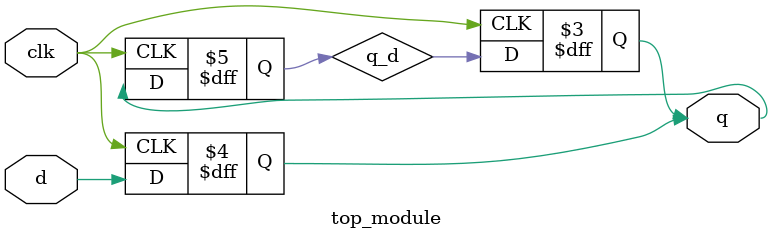
<source format=sv>
module top_module(
	input clk,
  	input d,
  	output reg q);
	  
	// Internal variables
	reg q_d; // delayed q value
	
	// Positive edge-triggered flip-flop
	always @(posedge clk) begin
    	q_d <= q; // store the current q value
    	q <= d; // update q with the input d value
	end
	
	// Negative edge-triggered flip-flop
	always @(negedge clk) begin
    	q <= q_d; // update q with the delayed q value
	end
endmodule

</source>
